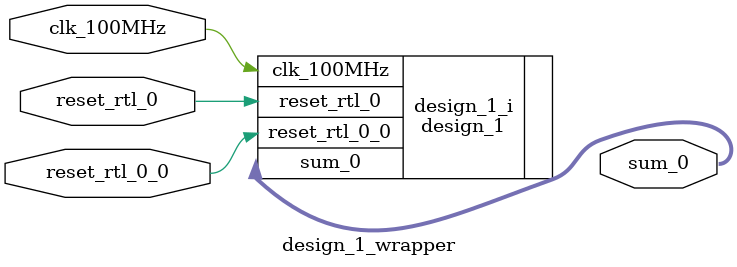
<source format=v>
`timescale 1 ps / 1 ps

module design_1_wrapper
   (clk_100MHz,
    reset_rtl_0,
    reset_rtl_0_0,
    sum_0);
  input clk_100MHz;
  input reset_rtl_0;
  input reset_rtl_0_0;
  output [7:0]sum_0;

  wire clk_100MHz;
  wire reset_rtl_0;
  wire reset_rtl_0_0;
  wire [7:0]sum_0;

  design_1 design_1_i
       (.clk_100MHz(clk_100MHz),
        .reset_rtl_0(reset_rtl_0),
        .reset_rtl_0_0(reset_rtl_0_0),
        .sum_0(sum_0));
endmodule

</source>
